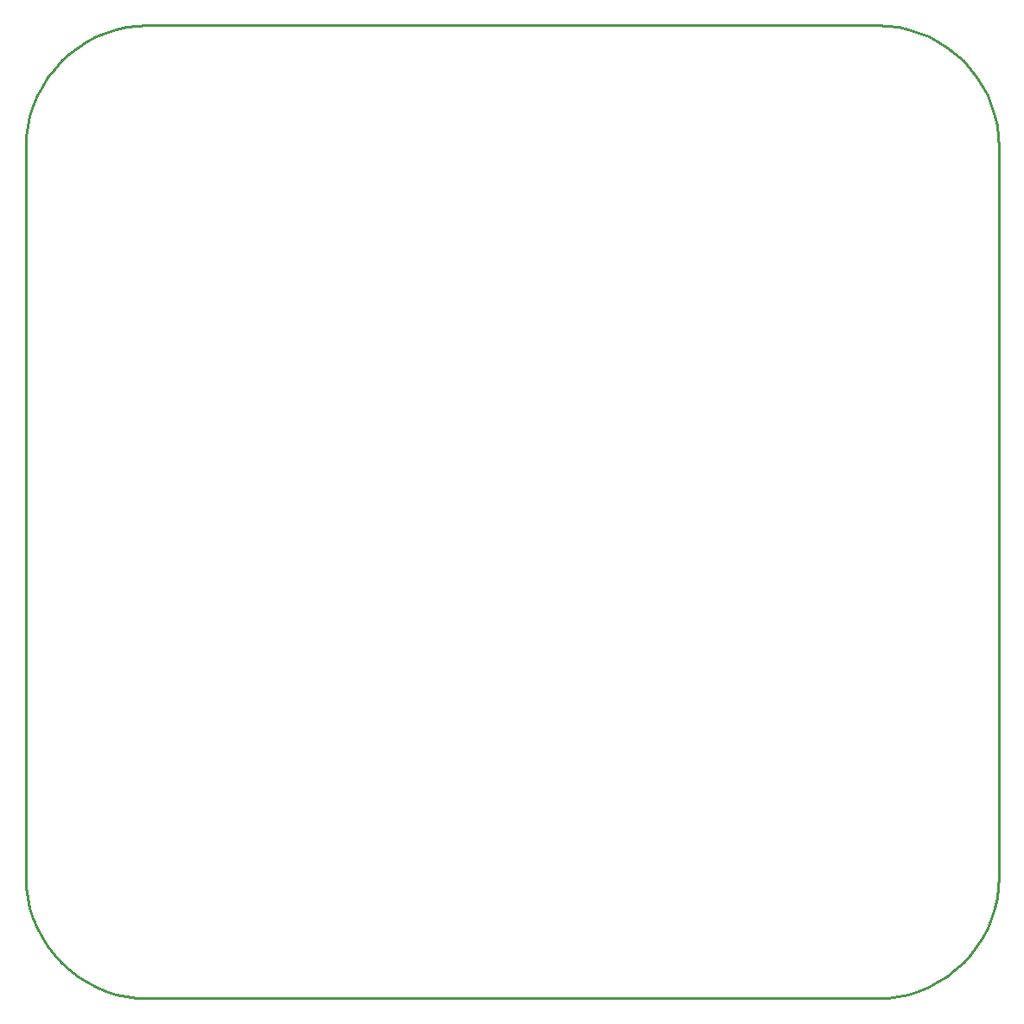
<source format=gbr>
G04 EAGLE Gerber RS-274X export*
G75*
%MOMM*%
%FSLAX34Y34*%
%LPD*%
%IN*%
%IPPOS*%
%AMOC8*
5,1,8,0,0,1.08239X$1,22.5*%
G01*
%ADD10C,0.254000*%


D10*
X428625Y738188D02*
X429078Y727811D01*
X430434Y717513D01*
X432682Y707372D01*
X435805Y697466D01*
X439780Y687870D01*
X444576Y678656D01*
X450157Y669896D01*
X456480Y661656D01*
X463498Y653998D01*
X471156Y646980D01*
X479396Y640657D01*
X488156Y635076D01*
X497370Y630280D01*
X506966Y626305D01*
X516872Y623182D01*
X527013Y620934D01*
X537311Y619578D01*
X547688Y619125D01*
X1262063Y619125D01*
X1272439Y619578D01*
X1282738Y620934D01*
X1292878Y623182D01*
X1302784Y626305D01*
X1312381Y630280D01*
X1321594Y635076D01*
X1330354Y640657D01*
X1338594Y646980D01*
X1346252Y653998D01*
X1353270Y661656D01*
X1359593Y669896D01*
X1365174Y678656D01*
X1369970Y687870D01*
X1373945Y697466D01*
X1377068Y707372D01*
X1379316Y717513D01*
X1380672Y727811D01*
X1381125Y738188D01*
X1381125Y1452563D01*
X1380672Y1462939D01*
X1379316Y1473238D01*
X1377068Y1483378D01*
X1373945Y1493284D01*
X1369970Y1502881D01*
X1365174Y1512094D01*
X1359593Y1520854D01*
X1353270Y1529094D01*
X1346252Y1536752D01*
X1338594Y1543770D01*
X1330354Y1550093D01*
X1321594Y1555674D01*
X1312381Y1560470D01*
X1302784Y1564445D01*
X1292878Y1567568D01*
X1282738Y1569816D01*
X1272439Y1571172D01*
X1262063Y1571625D01*
X547688Y1571625D01*
X537311Y1571172D01*
X527013Y1569816D01*
X516872Y1567568D01*
X506966Y1564445D01*
X497370Y1560470D01*
X488156Y1555674D01*
X479396Y1550093D01*
X471156Y1543770D01*
X463498Y1536752D01*
X456480Y1529094D01*
X450157Y1520854D01*
X444576Y1512094D01*
X439780Y1502881D01*
X435805Y1493284D01*
X432682Y1483378D01*
X430434Y1473238D01*
X429078Y1462939D01*
X428625Y1452563D01*
X428625Y738188D01*
M02*

</source>
